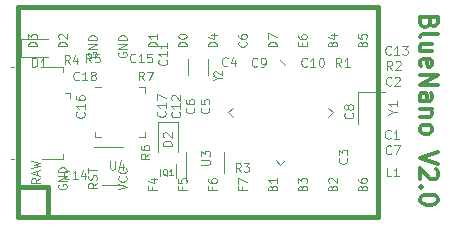
<source format=gbr>
G04 #@! TF.GenerationSoftware,KiCad,Pcbnew,(5.0.0)*
G04 #@! TF.CreationDate,2018-11-03T02:03:19-06:00*
G04 #@! TF.ProjectId,NRF52832 Base,4E5246353238333220426173652E6B69,rev?*
G04 #@! TF.SameCoordinates,Original*
G04 #@! TF.FileFunction,Legend,Top*
G04 #@! TF.FilePolarity,Positive*
%FSLAX46Y46*%
G04 Gerber Fmt 4.6, Leading zero omitted, Abs format (unit mm)*
G04 Created by KiCad (PCBNEW (5.0.0)) date 11/03/18 02:03:19*
%MOMM*%
%LPD*%
G01*
G04 APERTURE LIST*
%ADD10C,0.300000*%
%ADD11C,0.381000*%
%ADD12C,0.120000*%
%ADD13C,0.100000*%
G04 APERTURE END LIST*
D10*
X146614342Y-81928628D02*
X146542914Y-82142914D01*
X146471485Y-82214342D01*
X146328628Y-82285771D01*
X146114342Y-82285771D01*
X145971485Y-82214342D01*
X145900057Y-82142914D01*
X145828628Y-82000057D01*
X145828628Y-81428628D01*
X147328628Y-81428628D01*
X147328628Y-81928628D01*
X147257200Y-82071485D01*
X147185771Y-82142914D01*
X147042914Y-82214342D01*
X146900057Y-82214342D01*
X146757200Y-82142914D01*
X146685771Y-82071485D01*
X146614342Y-81928628D01*
X146614342Y-81428628D01*
X145828628Y-83142914D02*
X145900057Y-83000057D01*
X146042914Y-82928628D01*
X147328628Y-82928628D01*
X146828628Y-84357200D02*
X145828628Y-84357200D01*
X146828628Y-83714342D02*
X146042914Y-83714342D01*
X145900057Y-83785771D01*
X145828628Y-83928628D01*
X145828628Y-84142914D01*
X145900057Y-84285771D01*
X145971485Y-84357200D01*
X145900057Y-85642914D02*
X145828628Y-85500057D01*
X145828628Y-85214342D01*
X145900057Y-85071485D01*
X146042914Y-85000057D01*
X146614342Y-85000057D01*
X146757200Y-85071485D01*
X146828628Y-85214342D01*
X146828628Y-85500057D01*
X146757200Y-85642914D01*
X146614342Y-85714342D01*
X146471485Y-85714342D01*
X146328628Y-85000057D01*
X145828628Y-86357200D02*
X147328628Y-86357200D01*
X145828628Y-87214342D01*
X147328628Y-87214342D01*
X145828628Y-88571485D02*
X146614342Y-88571485D01*
X146757200Y-88500057D01*
X146828628Y-88357200D01*
X146828628Y-88071485D01*
X146757200Y-87928628D01*
X145900057Y-88571485D02*
X145828628Y-88428628D01*
X145828628Y-88071485D01*
X145900057Y-87928628D01*
X146042914Y-87857200D01*
X146185771Y-87857200D01*
X146328628Y-87928628D01*
X146400057Y-88071485D01*
X146400057Y-88428628D01*
X146471485Y-88571485D01*
X146828628Y-89285771D02*
X145828628Y-89285771D01*
X146685771Y-89285771D02*
X146757200Y-89357200D01*
X146828628Y-89500057D01*
X146828628Y-89714342D01*
X146757200Y-89857200D01*
X146614342Y-89928628D01*
X145828628Y-89928628D01*
X145828628Y-90857200D02*
X145900057Y-90714342D01*
X145971485Y-90642914D01*
X146114342Y-90571485D01*
X146542914Y-90571485D01*
X146685771Y-90642914D01*
X146757200Y-90714342D01*
X146828628Y-90857200D01*
X146828628Y-91071485D01*
X146757200Y-91214342D01*
X146685771Y-91285771D01*
X146542914Y-91357200D01*
X146114342Y-91357200D01*
X145971485Y-91285771D01*
X145900057Y-91214342D01*
X145828628Y-91071485D01*
X145828628Y-90857200D01*
X147328628Y-92928628D02*
X145828628Y-93428628D01*
X147328628Y-93928628D01*
X147185771Y-94357200D02*
X147257200Y-94428628D01*
X147328628Y-94571485D01*
X147328628Y-94928628D01*
X147257200Y-95071485D01*
X147185771Y-95142914D01*
X147042914Y-95214342D01*
X146900057Y-95214342D01*
X146685771Y-95142914D01*
X145828628Y-94285771D01*
X145828628Y-95214342D01*
X145971485Y-95857200D02*
X145900057Y-95928628D01*
X145828628Y-95857200D01*
X145900057Y-95785771D01*
X145971485Y-95857200D01*
X145828628Y-95857200D01*
X147328628Y-96857200D02*
X147328628Y-97000057D01*
X147257200Y-97142914D01*
X147185771Y-97214342D01*
X147042914Y-97285771D01*
X146757200Y-97357200D01*
X146400057Y-97357200D01*
X146114342Y-97285771D01*
X145971485Y-97214342D01*
X145900057Y-97142914D01*
X145828628Y-97000057D01*
X145828628Y-96857200D01*
X145900057Y-96714342D01*
X145971485Y-96642914D01*
X146114342Y-96571485D01*
X146400057Y-96500057D01*
X146757200Y-96500057D01*
X147042914Y-96571485D01*
X147185771Y-96642914D01*
X147257200Y-96714342D01*
X147328628Y-96857200D01*
D11*
G04 #@! TO.C,U2*
X111760000Y-80645000D02*
X111760000Y-98425000D01*
X111760000Y-98425000D02*
X142240000Y-98425000D01*
X142240000Y-98425000D02*
X142240000Y-80645000D01*
X142240000Y-80645000D02*
X111760000Y-80645000D01*
X111760000Y-95885000D02*
X114300000Y-95885000D01*
X114300000Y-95885000D02*
X114300000Y-98425000D01*
D12*
G04 #@! TO.C,Y1*
X142840000Y-87804000D02*
X140540000Y-87804000D01*
X140540000Y-87804000D02*
X140540000Y-90504000D01*
G04 #@! TO.C,Y2*
X127875000Y-86400000D02*
X127875000Y-85050000D01*
X126125000Y-86400000D02*
X126125000Y-85050000D01*
G04 #@! TO.C,U1*
X138004902Y-89135485D02*
X138404417Y-89535000D01*
X138404417Y-89535000D02*
X138004902Y-89934515D01*
X129965098Y-89934515D02*
X129565583Y-89535000D01*
X129565583Y-89535000D02*
X129965098Y-89135485D01*
X133585485Y-93554902D02*
X133985000Y-93954417D01*
X133985000Y-93954417D02*
X134384515Y-93554902D01*
X133985000Y-85115583D02*
X134384515Y-85515098D01*
G04 #@! TO.C,U3*
X129245000Y-94669000D02*
X129245000Y-92869000D01*
X126025000Y-92869000D02*
X126025000Y-95319000D01*
G04 #@! TO.C,D1*
X114312500Y-83339000D02*
X112027500Y-83339000D01*
X112027500Y-83339000D02*
X112027500Y-84809000D01*
X112027500Y-84809000D02*
X114312500Y-84809000D01*
G04 #@! TO.C,J2*
X115616000Y-85675000D02*
X115616000Y-86125000D01*
X113766000Y-85675000D02*
X115616000Y-85675000D01*
X111216000Y-93475000D02*
X111466000Y-93475000D01*
X111216000Y-85675000D02*
X111466000Y-85675000D01*
X113766000Y-93475000D02*
X115616000Y-93475000D01*
X115616000Y-93475000D02*
X115616000Y-93025000D01*
X116166000Y-87875000D02*
X116166000Y-88325000D01*
X116166000Y-87875000D02*
X115716000Y-87875000D01*
G04 #@! TO.C,U4*
X118861000Y-95717000D02*
X120661000Y-95717000D01*
X120661000Y-92497000D02*
X118211000Y-92497000D01*
G04 #@! TO.C,D2*
X125310000Y-90321000D02*
X123610000Y-90321000D01*
X123610000Y-90321000D02*
X123610000Y-92871000D01*
X125310000Y-90321000D02*
X125310000Y-92871000D01*
G04 #@! TO.C,Q1*
X125160000Y-95115000D02*
X125160000Y-93915000D01*
X125160000Y-93915000D02*
X125160000Y-93915000D01*
X123760000Y-94915000D02*
X123760000Y-94315000D01*
G04 #@! TO.C,U5*
X122031000Y-87425000D02*
X122506000Y-87425000D01*
X122506000Y-87425000D02*
X122506000Y-87900000D01*
X118761000Y-91645000D02*
X118286000Y-91645000D01*
X118286000Y-91645000D02*
X118286000Y-91170000D01*
X122031000Y-91645000D02*
X122506000Y-91645000D01*
X122506000Y-91645000D02*
X122506000Y-91170000D01*
X118761000Y-87425000D02*
X118286000Y-87425000D01*
G04 #@! TO.C,U2*
D13*
X140920000Y-83722333D02*
X140953333Y-83622333D01*
X140986666Y-83589000D01*
X141053333Y-83555666D01*
X141153333Y-83555666D01*
X141220000Y-83589000D01*
X141253333Y-83622333D01*
X141286666Y-83689000D01*
X141286666Y-83955666D01*
X140586666Y-83955666D01*
X140586666Y-83722333D01*
X140620000Y-83655666D01*
X140653333Y-83622333D01*
X140720000Y-83589000D01*
X140786666Y-83589000D01*
X140853333Y-83622333D01*
X140886666Y-83655666D01*
X140920000Y-83722333D01*
X140920000Y-83955666D01*
X140586666Y-82922333D02*
X140586666Y-83255666D01*
X140920000Y-83289000D01*
X140886666Y-83255666D01*
X140853333Y-83189000D01*
X140853333Y-83022333D01*
X140886666Y-82955666D01*
X140920000Y-82922333D01*
X140986666Y-82889000D01*
X141153333Y-82889000D01*
X141220000Y-82922333D01*
X141253333Y-82955666D01*
X141286666Y-83022333D01*
X141286666Y-83189000D01*
X141253333Y-83255666D01*
X141220000Y-83289000D01*
X138380000Y-83722333D02*
X138413333Y-83622333D01*
X138446666Y-83589000D01*
X138513333Y-83555666D01*
X138613333Y-83555666D01*
X138680000Y-83589000D01*
X138713333Y-83622333D01*
X138746666Y-83689000D01*
X138746666Y-83955666D01*
X138046666Y-83955666D01*
X138046666Y-83722333D01*
X138080000Y-83655666D01*
X138113333Y-83622333D01*
X138180000Y-83589000D01*
X138246666Y-83589000D01*
X138313333Y-83622333D01*
X138346666Y-83655666D01*
X138380000Y-83722333D01*
X138380000Y-83955666D01*
X138280000Y-82955666D02*
X138746666Y-82955666D01*
X138013333Y-83122333D02*
X138513333Y-83289000D01*
X138513333Y-82855666D01*
X135840000Y-83922333D02*
X135840000Y-83689000D01*
X136206666Y-83589000D02*
X136206666Y-83922333D01*
X135506666Y-83922333D01*
X135506666Y-83589000D01*
X135506666Y-82989000D02*
X135506666Y-83122333D01*
X135540000Y-83189000D01*
X135573333Y-83222333D01*
X135673333Y-83289000D01*
X135806666Y-83322333D01*
X136073333Y-83322333D01*
X136140000Y-83289000D01*
X136173333Y-83255666D01*
X136206666Y-83189000D01*
X136206666Y-83055666D01*
X136173333Y-82989000D01*
X136140000Y-82955666D01*
X136073333Y-82922333D01*
X135906666Y-82922333D01*
X135840000Y-82955666D01*
X135806666Y-82989000D01*
X135773333Y-83055666D01*
X135773333Y-83189000D01*
X135806666Y-83255666D01*
X135840000Y-83289000D01*
X135906666Y-83322333D01*
X133666666Y-83955666D02*
X132966666Y-83955666D01*
X132966666Y-83789000D01*
X133000000Y-83689000D01*
X133066666Y-83622333D01*
X133133333Y-83589000D01*
X133266666Y-83555666D01*
X133366666Y-83555666D01*
X133500000Y-83589000D01*
X133566666Y-83622333D01*
X133633333Y-83689000D01*
X133666666Y-83789000D01*
X133666666Y-83955666D01*
X132966666Y-83322333D02*
X132966666Y-82855666D01*
X133666666Y-83155666D01*
X131060000Y-83555666D02*
X131093333Y-83589000D01*
X131126666Y-83689000D01*
X131126666Y-83755666D01*
X131093333Y-83855666D01*
X131026666Y-83922333D01*
X130960000Y-83955666D01*
X130826666Y-83989000D01*
X130726666Y-83989000D01*
X130593333Y-83955666D01*
X130526666Y-83922333D01*
X130460000Y-83855666D01*
X130426666Y-83755666D01*
X130426666Y-83689000D01*
X130460000Y-83589000D01*
X130493333Y-83555666D01*
X130426666Y-82955666D02*
X130426666Y-83089000D01*
X130460000Y-83155666D01*
X130493333Y-83189000D01*
X130593333Y-83255666D01*
X130726666Y-83289000D01*
X130993333Y-83289000D01*
X131060000Y-83255666D01*
X131093333Y-83222333D01*
X131126666Y-83155666D01*
X131126666Y-83022333D01*
X131093333Y-82955666D01*
X131060000Y-82922333D01*
X130993333Y-82889000D01*
X130826666Y-82889000D01*
X130760000Y-82922333D01*
X130726666Y-82955666D01*
X130693333Y-83022333D01*
X130693333Y-83155666D01*
X130726666Y-83222333D01*
X130760000Y-83255666D01*
X130826666Y-83289000D01*
X128586666Y-83955666D02*
X127886666Y-83955666D01*
X127886666Y-83789000D01*
X127920000Y-83689000D01*
X127986666Y-83622333D01*
X128053333Y-83589000D01*
X128186666Y-83555666D01*
X128286666Y-83555666D01*
X128420000Y-83589000D01*
X128486666Y-83622333D01*
X128553333Y-83689000D01*
X128586666Y-83789000D01*
X128586666Y-83955666D01*
X128120000Y-82955666D02*
X128586666Y-82955666D01*
X127853333Y-83122333D02*
X128353333Y-83289000D01*
X128353333Y-82855666D01*
X126046666Y-83955666D02*
X125346666Y-83955666D01*
X125346666Y-83789000D01*
X125380000Y-83689000D01*
X125446666Y-83622333D01*
X125513333Y-83589000D01*
X125646666Y-83555666D01*
X125746666Y-83555666D01*
X125880000Y-83589000D01*
X125946666Y-83622333D01*
X126013333Y-83689000D01*
X126046666Y-83789000D01*
X126046666Y-83955666D01*
X125346666Y-83122333D02*
X125346666Y-83055666D01*
X125380000Y-82989000D01*
X125413333Y-82955666D01*
X125480000Y-82922333D01*
X125613333Y-82889000D01*
X125780000Y-82889000D01*
X125913333Y-82922333D01*
X125980000Y-82955666D01*
X126013333Y-82989000D01*
X126046666Y-83055666D01*
X126046666Y-83122333D01*
X126013333Y-83189000D01*
X125980000Y-83222333D01*
X125913333Y-83255666D01*
X125780000Y-83289000D01*
X125613333Y-83289000D01*
X125480000Y-83255666D01*
X125413333Y-83222333D01*
X125380000Y-83189000D01*
X125346666Y-83122333D01*
X123506666Y-83955666D02*
X122806666Y-83955666D01*
X122806666Y-83789000D01*
X122840000Y-83689000D01*
X122906666Y-83622333D01*
X122973333Y-83589000D01*
X123106666Y-83555666D01*
X123206666Y-83555666D01*
X123340000Y-83589000D01*
X123406666Y-83622333D01*
X123473333Y-83689000D01*
X123506666Y-83789000D01*
X123506666Y-83955666D01*
X123506666Y-82889000D02*
X123506666Y-83289000D01*
X123506666Y-83089000D02*
X122806666Y-83089000D01*
X122906666Y-83155666D01*
X122973333Y-83222333D01*
X123006666Y-83289000D01*
X120300000Y-84480333D02*
X120266666Y-84547000D01*
X120266666Y-84647000D01*
X120300000Y-84747000D01*
X120366666Y-84813666D01*
X120433333Y-84847000D01*
X120566666Y-84880333D01*
X120666666Y-84880333D01*
X120800000Y-84847000D01*
X120866666Y-84813666D01*
X120933333Y-84747000D01*
X120966666Y-84647000D01*
X120966666Y-84580333D01*
X120933333Y-84480333D01*
X120900000Y-84447000D01*
X120666666Y-84447000D01*
X120666666Y-84580333D01*
X120966666Y-84147000D02*
X120266666Y-84147000D01*
X120966666Y-83747000D01*
X120266666Y-83747000D01*
X120966666Y-83413666D02*
X120266666Y-83413666D01*
X120266666Y-83247000D01*
X120300000Y-83147000D01*
X120366666Y-83080333D01*
X120433333Y-83047000D01*
X120566666Y-83013666D01*
X120666666Y-83013666D01*
X120800000Y-83047000D01*
X120866666Y-83080333D01*
X120933333Y-83147000D01*
X120966666Y-83247000D01*
X120966666Y-83413666D01*
X117760000Y-84480333D02*
X117726666Y-84547000D01*
X117726666Y-84647000D01*
X117760000Y-84747000D01*
X117826666Y-84813666D01*
X117893333Y-84847000D01*
X118026666Y-84880333D01*
X118126666Y-84880333D01*
X118260000Y-84847000D01*
X118326666Y-84813666D01*
X118393333Y-84747000D01*
X118426666Y-84647000D01*
X118426666Y-84580333D01*
X118393333Y-84480333D01*
X118360000Y-84447000D01*
X118126666Y-84447000D01*
X118126666Y-84580333D01*
X118426666Y-84147000D02*
X117726666Y-84147000D01*
X118426666Y-83747000D01*
X117726666Y-83747000D01*
X118426666Y-83413666D02*
X117726666Y-83413666D01*
X117726666Y-83247000D01*
X117760000Y-83147000D01*
X117826666Y-83080333D01*
X117893333Y-83047000D01*
X118026666Y-83013666D01*
X118126666Y-83013666D01*
X118260000Y-83047000D01*
X118326666Y-83080333D01*
X118393333Y-83147000D01*
X118426666Y-83247000D01*
X118426666Y-83413666D01*
X115886666Y-83955666D02*
X115186666Y-83955666D01*
X115186666Y-83789000D01*
X115220000Y-83689000D01*
X115286666Y-83622333D01*
X115353333Y-83589000D01*
X115486666Y-83555666D01*
X115586666Y-83555666D01*
X115720000Y-83589000D01*
X115786666Y-83622333D01*
X115853333Y-83689000D01*
X115886666Y-83789000D01*
X115886666Y-83955666D01*
X115253333Y-83289000D02*
X115220000Y-83255666D01*
X115186666Y-83189000D01*
X115186666Y-83022333D01*
X115220000Y-82955666D01*
X115253333Y-82922333D01*
X115320000Y-82889000D01*
X115386666Y-82889000D01*
X115486666Y-82922333D01*
X115886666Y-83322333D01*
X115886666Y-82889000D01*
X113346666Y-83955666D02*
X112646666Y-83955666D01*
X112646666Y-83789000D01*
X112680000Y-83689000D01*
X112746666Y-83622333D01*
X112813333Y-83589000D01*
X112946666Y-83555666D01*
X113046666Y-83555666D01*
X113180000Y-83589000D01*
X113246666Y-83622333D01*
X113313333Y-83689000D01*
X113346666Y-83789000D01*
X113346666Y-83955666D01*
X112646666Y-83322333D02*
X112646666Y-82889000D01*
X112913333Y-83122333D01*
X112913333Y-83022333D01*
X112946666Y-82955666D01*
X112980000Y-82922333D01*
X113046666Y-82889000D01*
X113213333Y-82889000D01*
X113280000Y-82922333D01*
X113313333Y-82955666D01*
X113346666Y-83022333D01*
X113346666Y-83222333D01*
X113313333Y-83289000D01*
X113280000Y-83322333D01*
X140920000Y-95914333D02*
X140953333Y-95814333D01*
X140986666Y-95781000D01*
X141053333Y-95747666D01*
X141153333Y-95747666D01*
X141220000Y-95781000D01*
X141253333Y-95814333D01*
X141286666Y-95881000D01*
X141286666Y-96147666D01*
X140586666Y-96147666D01*
X140586666Y-95914333D01*
X140620000Y-95847666D01*
X140653333Y-95814333D01*
X140720000Y-95781000D01*
X140786666Y-95781000D01*
X140853333Y-95814333D01*
X140886666Y-95847666D01*
X140920000Y-95914333D01*
X140920000Y-96147666D01*
X140586666Y-95147666D02*
X140586666Y-95281000D01*
X140620000Y-95347666D01*
X140653333Y-95381000D01*
X140753333Y-95447666D01*
X140886666Y-95481000D01*
X141153333Y-95481000D01*
X141220000Y-95447666D01*
X141253333Y-95414333D01*
X141286666Y-95347666D01*
X141286666Y-95214333D01*
X141253333Y-95147666D01*
X141220000Y-95114333D01*
X141153333Y-95081000D01*
X140986666Y-95081000D01*
X140920000Y-95114333D01*
X140886666Y-95147666D01*
X140853333Y-95214333D01*
X140853333Y-95347666D01*
X140886666Y-95414333D01*
X140920000Y-95447666D01*
X140986666Y-95481000D01*
X138380000Y-95914333D02*
X138413333Y-95814333D01*
X138446666Y-95781000D01*
X138513333Y-95747666D01*
X138613333Y-95747666D01*
X138680000Y-95781000D01*
X138713333Y-95814333D01*
X138746666Y-95881000D01*
X138746666Y-96147666D01*
X138046666Y-96147666D01*
X138046666Y-95914333D01*
X138080000Y-95847666D01*
X138113333Y-95814333D01*
X138180000Y-95781000D01*
X138246666Y-95781000D01*
X138313333Y-95814333D01*
X138346666Y-95847666D01*
X138380000Y-95914333D01*
X138380000Y-96147666D01*
X138113333Y-95481000D02*
X138080000Y-95447666D01*
X138046666Y-95381000D01*
X138046666Y-95214333D01*
X138080000Y-95147666D01*
X138113333Y-95114333D01*
X138180000Y-95081000D01*
X138246666Y-95081000D01*
X138346666Y-95114333D01*
X138746666Y-95514333D01*
X138746666Y-95081000D01*
X135840000Y-95914333D02*
X135873333Y-95814333D01*
X135906666Y-95781000D01*
X135973333Y-95747666D01*
X136073333Y-95747666D01*
X136140000Y-95781000D01*
X136173333Y-95814333D01*
X136206666Y-95881000D01*
X136206666Y-96147666D01*
X135506666Y-96147666D01*
X135506666Y-95914333D01*
X135540000Y-95847666D01*
X135573333Y-95814333D01*
X135640000Y-95781000D01*
X135706666Y-95781000D01*
X135773333Y-95814333D01*
X135806666Y-95847666D01*
X135840000Y-95914333D01*
X135840000Y-96147666D01*
X135506666Y-95514333D02*
X135506666Y-95081000D01*
X135773333Y-95314333D01*
X135773333Y-95214333D01*
X135806666Y-95147666D01*
X135840000Y-95114333D01*
X135906666Y-95081000D01*
X136073333Y-95081000D01*
X136140000Y-95114333D01*
X136173333Y-95147666D01*
X136206666Y-95214333D01*
X136206666Y-95414333D01*
X136173333Y-95481000D01*
X136140000Y-95514333D01*
X133300000Y-95914333D02*
X133333333Y-95814333D01*
X133366666Y-95781000D01*
X133433333Y-95747666D01*
X133533333Y-95747666D01*
X133600000Y-95781000D01*
X133633333Y-95814333D01*
X133666666Y-95881000D01*
X133666666Y-96147666D01*
X132966666Y-96147666D01*
X132966666Y-95914333D01*
X133000000Y-95847666D01*
X133033333Y-95814333D01*
X133100000Y-95781000D01*
X133166666Y-95781000D01*
X133233333Y-95814333D01*
X133266666Y-95847666D01*
X133300000Y-95914333D01*
X133300000Y-96147666D01*
X133666666Y-95081000D02*
X133666666Y-95481000D01*
X133666666Y-95281000D02*
X132966666Y-95281000D01*
X133066666Y-95347666D01*
X133133333Y-95414333D01*
X133166666Y-95481000D01*
X128220000Y-95864333D02*
X128220000Y-96097666D01*
X128586666Y-96097666D02*
X127886666Y-96097666D01*
X127886666Y-95764333D01*
X127886666Y-95197666D02*
X127886666Y-95331000D01*
X127920000Y-95397666D01*
X127953333Y-95431000D01*
X128053333Y-95497666D01*
X128186666Y-95531000D01*
X128453333Y-95531000D01*
X128520000Y-95497666D01*
X128553333Y-95464333D01*
X128586666Y-95397666D01*
X128586666Y-95264333D01*
X128553333Y-95197666D01*
X128520000Y-95164333D01*
X128453333Y-95131000D01*
X128286666Y-95131000D01*
X128220000Y-95164333D01*
X128186666Y-95197666D01*
X128153333Y-95264333D01*
X128153333Y-95397666D01*
X128186666Y-95464333D01*
X128220000Y-95497666D01*
X128286666Y-95531000D01*
X130760000Y-95864333D02*
X130760000Y-96097666D01*
X131126666Y-96097666D02*
X130426666Y-96097666D01*
X130426666Y-95764333D01*
X130426666Y-95564333D02*
X130426666Y-95097666D01*
X131126666Y-95397666D01*
X125680000Y-95864333D02*
X125680000Y-96097666D01*
X126046666Y-96097666D02*
X125346666Y-96097666D01*
X125346666Y-95764333D01*
X125346666Y-95164333D02*
X125346666Y-95497666D01*
X125680000Y-95531000D01*
X125646666Y-95497666D01*
X125613333Y-95431000D01*
X125613333Y-95264333D01*
X125646666Y-95197666D01*
X125680000Y-95164333D01*
X125746666Y-95131000D01*
X125913333Y-95131000D01*
X125980000Y-95164333D01*
X126013333Y-95197666D01*
X126046666Y-95264333D01*
X126046666Y-95431000D01*
X126013333Y-95497666D01*
X125980000Y-95531000D01*
X123140000Y-95864333D02*
X123140000Y-96097666D01*
X123506666Y-96097666D02*
X122806666Y-96097666D01*
X122806666Y-95764333D01*
X123040000Y-95197666D02*
X123506666Y-95197666D01*
X122773333Y-95364333D02*
X123273333Y-95531000D01*
X123273333Y-95097666D01*
X120266666Y-96056333D02*
X120966666Y-95823000D01*
X120266666Y-95589666D01*
X120900000Y-94956333D02*
X120933333Y-94989666D01*
X120966666Y-95089666D01*
X120966666Y-95156333D01*
X120933333Y-95256333D01*
X120866666Y-95323000D01*
X120800000Y-95356333D01*
X120666666Y-95389666D01*
X120566666Y-95389666D01*
X120433333Y-95356333D01*
X120366666Y-95323000D01*
X120300000Y-95256333D01*
X120266666Y-95156333D01*
X120266666Y-95089666D01*
X120300000Y-94989666D01*
X120333333Y-94956333D01*
X120900000Y-94256333D02*
X120933333Y-94289666D01*
X120966666Y-94389666D01*
X120966666Y-94456333D01*
X120933333Y-94556333D01*
X120866666Y-94623000D01*
X120800000Y-94656333D01*
X120666666Y-94689666D01*
X120566666Y-94689666D01*
X120433333Y-94656333D01*
X120366666Y-94623000D01*
X120300000Y-94556333D01*
X120266666Y-94456333D01*
X120266666Y-94389666D01*
X120300000Y-94289666D01*
X120333333Y-94256333D01*
X118426666Y-95506333D02*
X118093333Y-95739666D01*
X118426666Y-95906333D02*
X117726666Y-95906333D01*
X117726666Y-95639666D01*
X117760000Y-95573000D01*
X117793333Y-95539666D01*
X117860000Y-95506333D01*
X117960000Y-95506333D01*
X118026666Y-95539666D01*
X118060000Y-95573000D01*
X118093333Y-95639666D01*
X118093333Y-95906333D01*
X118393333Y-95239666D02*
X118426666Y-95139666D01*
X118426666Y-94973000D01*
X118393333Y-94906333D01*
X118360000Y-94873000D01*
X118293333Y-94839666D01*
X118226666Y-94839666D01*
X118160000Y-94873000D01*
X118126666Y-94906333D01*
X118093333Y-94973000D01*
X118060000Y-95106333D01*
X118026666Y-95173000D01*
X117993333Y-95206333D01*
X117926666Y-95239666D01*
X117860000Y-95239666D01*
X117793333Y-95206333D01*
X117760000Y-95173000D01*
X117726666Y-95106333D01*
X117726666Y-94939666D01*
X117760000Y-94839666D01*
X117726666Y-94639666D02*
X117726666Y-94239666D01*
X118426666Y-94439666D02*
X117726666Y-94439666D01*
X115220000Y-95656333D02*
X115186666Y-95723000D01*
X115186666Y-95823000D01*
X115220000Y-95923000D01*
X115286666Y-95989666D01*
X115353333Y-96023000D01*
X115486666Y-96056333D01*
X115586666Y-96056333D01*
X115720000Y-96023000D01*
X115786666Y-95989666D01*
X115853333Y-95923000D01*
X115886666Y-95823000D01*
X115886666Y-95756333D01*
X115853333Y-95656333D01*
X115820000Y-95623000D01*
X115586666Y-95623000D01*
X115586666Y-95756333D01*
X115886666Y-95323000D02*
X115186666Y-95323000D01*
X115886666Y-94923000D01*
X115186666Y-94923000D01*
X115886666Y-94589666D02*
X115186666Y-94589666D01*
X115186666Y-94423000D01*
X115220000Y-94323000D01*
X115286666Y-94256333D01*
X115353333Y-94223000D01*
X115486666Y-94189666D01*
X115586666Y-94189666D01*
X115720000Y-94223000D01*
X115786666Y-94256333D01*
X115853333Y-94323000D01*
X115886666Y-94423000D01*
X115886666Y-94589666D01*
X113600666Y-95098333D02*
X113267333Y-95331666D01*
X113600666Y-95498333D02*
X112900666Y-95498333D01*
X112900666Y-95231666D01*
X112934000Y-95165000D01*
X112967333Y-95131666D01*
X113034000Y-95098333D01*
X113134000Y-95098333D01*
X113200666Y-95131666D01*
X113234000Y-95165000D01*
X113267333Y-95231666D01*
X113267333Y-95498333D01*
X113400666Y-94831666D02*
X113400666Y-94498333D01*
X113600666Y-94898333D02*
X112900666Y-94665000D01*
X113600666Y-94431666D01*
X112900666Y-94265000D02*
X113600666Y-94098333D01*
X113100666Y-93965000D01*
X113600666Y-93831666D01*
X112900666Y-93665000D01*
G04 #@! TO.C,C1*
X143311480Y-91710397D02*
X143275765Y-91746111D01*
X143168622Y-91781825D01*
X143097194Y-91781825D01*
X142990051Y-91746111D01*
X142918622Y-91674682D01*
X142882908Y-91603254D01*
X142847194Y-91460397D01*
X142847194Y-91353254D01*
X142882908Y-91210397D01*
X142918622Y-91138968D01*
X142990051Y-91067540D01*
X143097194Y-91031825D01*
X143168622Y-91031825D01*
X143275765Y-91067540D01*
X143311480Y-91103254D01*
X144025765Y-91781825D02*
X143597194Y-91781825D01*
X143811480Y-91781825D02*
X143811480Y-91031825D01*
X143740051Y-91138968D01*
X143668622Y-91210397D01*
X143597194Y-91246111D01*
G04 #@! TO.C,C2*
X143385000Y-87199357D02*
X143349285Y-87235071D01*
X143242142Y-87270785D01*
X143170714Y-87270785D01*
X143063571Y-87235071D01*
X142992142Y-87163642D01*
X142956428Y-87092214D01*
X142920714Y-86949357D01*
X142920714Y-86842214D01*
X142956428Y-86699357D01*
X142992142Y-86627928D01*
X143063571Y-86556500D01*
X143170714Y-86520785D01*
X143242142Y-86520785D01*
X143349285Y-86556500D01*
X143385000Y-86592214D01*
X143670714Y-86592214D02*
X143706428Y-86556500D01*
X143777857Y-86520785D01*
X143956428Y-86520785D01*
X144027857Y-86556500D01*
X144063571Y-86592214D01*
X144099285Y-86663642D01*
X144099285Y-86735071D01*
X144063571Y-86842214D01*
X143635000Y-87270785D01*
X144099285Y-87270785D01*
G04 #@! TO.C,C3*
X139589397Y-93434440D02*
X139625111Y-93470154D01*
X139660825Y-93577297D01*
X139660825Y-93648725D01*
X139625111Y-93755868D01*
X139553682Y-93827297D01*
X139482254Y-93863011D01*
X139339397Y-93898725D01*
X139232254Y-93898725D01*
X139089397Y-93863011D01*
X139017968Y-93827297D01*
X138946540Y-93755868D01*
X138910825Y-93648725D01*
X138910825Y-93577297D01*
X138946540Y-93470154D01*
X138982254Y-93434440D01*
X138910825Y-93184440D02*
X138910825Y-92720154D01*
X139196540Y-92970154D01*
X139196540Y-92863011D01*
X139232254Y-92791582D01*
X139267968Y-92755868D01*
X139339397Y-92720154D01*
X139517968Y-92720154D01*
X139589397Y-92755868D01*
X139625111Y-92791582D01*
X139660825Y-92863011D01*
X139660825Y-93077297D01*
X139625111Y-93148725D01*
X139589397Y-93184440D01*
G04 #@! TO.C,C4*
X129514200Y-85535657D02*
X129478485Y-85571371D01*
X129371342Y-85607085D01*
X129299914Y-85607085D01*
X129192771Y-85571371D01*
X129121342Y-85499942D01*
X129085628Y-85428514D01*
X129049914Y-85285657D01*
X129049914Y-85178514D01*
X129085628Y-85035657D01*
X129121342Y-84964228D01*
X129192771Y-84892800D01*
X129299914Y-84857085D01*
X129371342Y-84857085D01*
X129478485Y-84892800D01*
X129514200Y-84928514D01*
X130157057Y-85107085D02*
X130157057Y-85607085D01*
X129978485Y-84821371D02*
X129799914Y-85357085D01*
X130264200Y-85357085D01*
G04 #@! TO.C,C5*
X127902857Y-89152000D02*
X127938571Y-89187714D01*
X127974285Y-89294857D01*
X127974285Y-89366285D01*
X127938571Y-89473428D01*
X127867142Y-89544857D01*
X127795714Y-89580571D01*
X127652857Y-89616285D01*
X127545714Y-89616285D01*
X127402857Y-89580571D01*
X127331428Y-89544857D01*
X127260000Y-89473428D01*
X127224285Y-89366285D01*
X127224285Y-89294857D01*
X127260000Y-89187714D01*
X127295714Y-89152000D01*
X127224285Y-88473428D02*
X127224285Y-88830571D01*
X127581428Y-88866285D01*
X127545714Y-88830571D01*
X127510000Y-88759142D01*
X127510000Y-88580571D01*
X127545714Y-88509142D01*
X127581428Y-88473428D01*
X127652857Y-88437714D01*
X127831428Y-88437714D01*
X127902857Y-88473428D01*
X127938571Y-88509142D01*
X127974285Y-88580571D01*
X127974285Y-88759142D01*
X127938571Y-88830571D01*
X127902857Y-88866285D01*
G04 #@! TO.C,C7*
X143359600Y-93003257D02*
X143323885Y-93038971D01*
X143216742Y-93074685D01*
X143145314Y-93074685D01*
X143038171Y-93038971D01*
X142966742Y-92967542D01*
X142931028Y-92896114D01*
X142895314Y-92753257D01*
X142895314Y-92646114D01*
X142931028Y-92503257D01*
X142966742Y-92431828D01*
X143038171Y-92360400D01*
X143145314Y-92324685D01*
X143216742Y-92324685D01*
X143323885Y-92360400D01*
X143359600Y-92396114D01*
X143609600Y-92324685D02*
X144109600Y-92324685D01*
X143788171Y-93074685D01*
G04 #@! TO.C,C8*
X140069457Y-89581400D02*
X140105171Y-89617114D01*
X140140885Y-89724257D01*
X140140885Y-89795685D01*
X140105171Y-89902828D01*
X140033742Y-89974257D01*
X139962314Y-90009971D01*
X139819457Y-90045685D01*
X139712314Y-90045685D01*
X139569457Y-90009971D01*
X139498028Y-89974257D01*
X139426600Y-89902828D01*
X139390885Y-89795685D01*
X139390885Y-89724257D01*
X139426600Y-89617114D01*
X139462314Y-89581400D01*
X139712314Y-89152828D02*
X139676600Y-89224257D01*
X139640885Y-89259971D01*
X139569457Y-89295685D01*
X139533742Y-89295685D01*
X139462314Y-89259971D01*
X139426600Y-89224257D01*
X139390885Y-89152828D01*
X139390885Y-89009971D01*
X139426600Y-88938542D01*
X139462314Y-88902828D01*
X139533742Y-88867114D01*
X139569457Y-88867114D01*
X139640885Y-88902828D01*
X139676600Y-88938542D01*
X139712314Y-89009971D01*
X139712314Y-89152828D01*
X139748028Y-89224257D01*
X139783742Y-89259971D01*
X139855171Y-89295685D01*
X139998028Y-89295685D01*
X140069457Y-89259971D01*
X140105171Y-89224257D01*
X140140885Y-89152828D01*
X140140885Y-89009971D01*
X140105171Y-88938542D01*
X140069457Y-88902828D01*
X139998028Y-88867114D01*
X139855171Y-88867114D01*
X139783742Y-88902828D01*
X139748028Y-88938542D01*
X139712314Y-89009971D01*
G04 #@! TO.C,C11*
X124341777Y-85087142D02*
X124377491Y-85122857D01*
X124413205Y-85230000D01*
X124413205Y-85301428D01*
X124377491Y-85408571D01*
X124306062Y-85480000D01*
X124234634Y-85515714D01*
X124091777Y-85551428D01*
X123984634Y-85551428D01*
X123841777Y-85515714D01*
X123770348Y-85480000D01*
X123698920Y-85408571D01*
X123663205Y-85301428D01*
X123663205Y-85230000D01*
X123698920Y-85122857D01*
X123734634Y-85087142D01*
X124413205Y-84372857D02*
X124413205Y-84801428D01*
X124413205Y-84587142D02*
X123663205Y-84587142D01*
X123770348Y-84658571D01*
X123841777Y-84730000D01*
X123877491Y-84801428D01*
X124413205Y-83658571D02*
X124413205Y-84087142D01*
X124413205Y-83872857D02*
X123663205Y-83872857D01*
X123770348Y-83944285D01*
X123841777Y-84015714D01*
X123877491Y-84087142D01*
G04 #@! TO.C,C12*
X125421277Y-89496442D02*
X125456991Y-89532157D01*
X125492705Y-89639300D01*
X125492705Y-89710728D01*
X125456991Y-89817871D01*
X125385562Y-89889300D01*
X125314134Y-89925014D01*
X125171277Y-89960728D01*
X125064134Y-89960728D01*
X124921277Y-89925014D01*
X124849848Y-89889300D01*
X124778420Y-89817871D01*
X124742705Y-89710728D01*
X124742705Y-89639300D01*
X124778420Y-89532157D01*
X124814134Y-89496442D01*
X125492705Y-88782157D02*
X125492705Y-89210728D01*
X125492705Y-88996442D02*
X124742705Y-88996442D01*
X124849848Y-89067871D01*
X124921277Y-89139300D01*
X124956991Y-89210728D01*
X124814134Y-88496442D02*
X124778420Y-88460728D01*
X124742705Y-88389300D01*
X124742705Y-88210728D01*
X124778420Y-88139300D01*
X124814134Y-88103585D01*
X124885562Y-88067871D01*
X124956991Y-88067871D01*
X125064134Y-88103585D01*
X125492705Y-88532157D01*
X125492705Y-88067871D01*
G04 #@! TO.C,L1*
X143385000Y-94954285D02*
X143027857Y-94954285D01*
X143027857Y-94204285D01*
X144027857Y-94954285D02*
X143599285Y-94954285D01*
X143813571Y-94954285D02*
X143813571Y-94204285D01*
X143742142Y-94311428D01*
X143670714Y-94382857D01*
X143599285Y-94418571D01*
G04 #@! TO.C,Y1*
X143493322Y-89467962D02*
X143850465Y-89467962D01*
X143100465Y-89717962D02*
X143493322Y-89467962D01*
X143100465Y-89217962D01*
X143850465Y-88575105D02*
X143850465Y-89003677D01*
X143850465Y-88789391D02*
X143100465Y-88789391D01*
X143207608Y-88860820D01*
X143279037Y-88932248D01*
X143314751Y-89003677D01*
G04 #@! TO.C,Y2*
X128696642Y-86661595D02*
X129053785Y-86661595D01*
X128303785Y-86828261D02*
X128696642Y-86661595D01*
X128303785Y-86494928D01*
X128375214Y-86352071D02*
X128339500Y-86328261D01*
X128303785Y-86280642D01*
X128303785Y-86161595D01*
X128339500Y-86113976D01*
X128375214Y-86090166D01*
X128446642Y-86066357D01*
X128518071Y-86066357D01*
X128625214Y-86090166D01*
X129053785Y-86375880D01*
X129053785Y-86066357D01*
G04 #@! TO.C,U3*
X127287785Y-93979928D02*
X127894928Y-93979928D01*
X127966357Y-93944214D01*
X128002071Y-93908500D01*
X128037785Y-93837071D01*
X128037785Y-93694214D01*
X128002071Y-93622785D01*
X127966357Y-93587071D01*
X127894928Y-93551357D01*
X127287785Y-93551357D01*
X127287785Y-93265642D02*
X127287785Y-92801357D01*
X127573500Y-93051357D01*
X127573500Y-92944214D01*
X127609214Y-92872785D01*
X127644928Y-92837071D01*
X127716357Y-92801357D01*
X127894928Y-92801357D01*
X127966357Y-92837071D01*
X128002071Y-92872785D01*
X128037785Y-92944214D01*
X128037785Y-93158500D01*
X128002071Y-93229928D01*
X127966357Y-93265642D01*
G04 #@! TO.C,C13*
X143345357Y-84595857D02*
X143309642Y-84631571D01*
X143202500Y-84667285D01*
X143131071Y-84667285D01*
X143023928Y-84631571D01*
X142952500Y-84560142D01*
X142916785Y-84488714D01*
X142881071Y-84345857D01*
X142881071Y-84238714D01*
X142916785Y-84095857D01*
X142952500Y-84024428D01*
X143023928Y-83953000D01*
X143131071Y-83917285D01*
X143202500Y-83917285D01*
X143309642Y-83953000D01*
X143345357Y-83988714D01*
X144059642Y-84667285D02*
X143631071Y-84667285D01*
X143845357Y-84667285D02*
X143845357Y-83917285D01*
X143773928Y-84024428D01*
X143702500Y-84095857D01*
X143631071Y-84131571D01*
X144309642Y-83917285D02*
X144773928Y-83917285D01*
X144523928Y-84203000D01*
X144631071Y-84203000D01*
X144702500Y-84238714D01*
X144738214Y-84274428D01*
X144773928Y-84345857D01*
X144773928Y-84524428D01*
X144738214Y-84595857D01*
X144702500Y-84631571D01*
X144631071Y-84667285D01*
X144416785Y-84667285D01*
X144345357Y-84631571D01*
X144309642Y-84595857D01*
G04 #@! TO.C,R1*
X139130500Y-85683285D02*
X138880500Y-85326142D01*
X138701928Y-85683285D02*
X138701928Y-84933285D01*
X138987642Y-84933285D01*
X139059071Y-84969000D01*
X139094785Y-85004714D01*
X139130500Y-85076142D01*
X139130500Y-85183285D01*
X139094785Y-85254714D01*
X139059071Y-85290428D01*
X138987642Y-85326142D01*
X138701928Y-85326142D01*
X139844785Y-85683285D02*
X139416214Y-85683285D01*
X139630500Y-85683285D02*
X139630500Y-84933285D01*
X139559071Y-85040428D01*
X139487642Y-85111857D01*
X139416214Y-85147571D01*
G04 #@! TO.C,R2*
X143448500Y-85937285D02*
X143198500Y-85580142D01*
X143019928Y-85937285D02*
X143019928Y-85187285D01*
X143305642Y-85187285D01*
X143377071Y-85223000D01*
X143412785Y-85258714D01*
X143448500Y-85330142D01*
X143448500Y-85437285D01*
X143412785Y-85508714D01*
X143377071Y-85544428D01*
X143305642Y-85580142D01*
X143019928Y-85580142D01*
X143734214Y-85258714D02*
X143769928Y-85223000D01*
X143841357Y-85187285D01*
X144019928Y-85187285D01*
X144091357Y-85223000D01*
X144127071Y-85258714D01*
X144162785Y-85330142D01*
X144162785Y-85401571D01*
X144127071Y-85508714D01*
X143698500Y-85937285D01*
X144162785Y-85937285D01*
G04 #@! TO.C,R3*
X130621500Y-94573285D02*
X130371500Y-94216142D01*
X130192928Y-94573285D02*
X130192928Y-93823285D01*
X130478642Y-93823285D01*
X130550071Y-93859000D01*
X130585785Y-93894714D01*
X130621500Y-93966142D01*
X130621500Y-94073285D01*
X130585785Y-94144714D01*
X130550071Y-94180428D01*
X130478642Y-94216142D01*
X130192928Y-94216142D01*
X130871500Y-93823285D02*
X131335785Y-93823285D01*
X131085785Y-94109000D01*
X131192928Y-94109000D01*
X131264357Y-94144714D01*
X131300071Y-94180428D01*
X131335785Y-94251857D01*
X131335785Y-94430428D01*
X131300071Y-94501857D01*
X131264357Y-94537571D01*
X131192928Y-94573285D01*
X130978642Y-94573285D01*
X130907214Y-94537571D01*
X130871500Y-94501857D01*
G04 #@! TO.C,C14*
X116103857Y-95136857D02*
X116068142Y-95172571D01*
X115961000Y-95208285D01*
X115889571Y-95208285D01*
X115782428Y-95172571D01*
X115711000Y-95101142D01*
X115675285Y-95029714D01*
X115639571Y-94886857D01*
X115639571Y-94779714D01*
X115675285Y-94636857D01*
X115711000Y-94565428D01*
X115782428Y-94494000D01*
X115889571Y-94458285D01*
X115961000Y-94458285D01*
X116068142Y-94494000D01*
X116103857Y-94529714D01*
X116818142Y-95208285D02*
X116389571Y-95208285D01*
X116603857Y-95208285D02*
X116603857Y-94458285D01*
X116532428Y-94565428D01*
X116461000Y-94636857D01*
X116389571Y-94672571D01*
X117461000Y-94708285D02*
X117461000Y-95208285D01*
X117282428Y-94422571D02*
X117103857Y-94958285D01*
X117568142Y-94958285D01*
G04 #@! TO.C,C15*
X121691857Y-85230857D02*
X121656142Y-85266571D01*
X121549000Y-85302285D01*
X121477571Y-85302285D01*
X121370428Y-85266571D01*
X121299000Y-85195142D01*
X121263285Y-85123714D01*
X121227571Y-84980857D01*
X121227571Y-84873714D01*
X121263285Y-84730857D01*
X121299000Y-84659428D01*
X121370428Y-84588000D01*
X121477571Y-84552285D01*
X121549000Y-84552285D01*
X121656142Y-84588000D01*
X121691857Y-84623714D01*
X122406142Y-85302285D02*
X121977571Y-85302285D01*
X122191857Y-85302285D02*
X122191857Y-84552285D01*
X122120428Y-84659428D01*
X122049000Y-84730857D01*
X121977571Y-84766571D01*
X123084714Y-84552285D02*
X122727571Y-84552285D01*
X122691857Y-84909428D01*
X122727571Y-84873714D01*
X122799000Y-84838000D01*
X122977571Y-84838000D01*
X123049000Y-84873714D01*
X123084714Y-84909428D01*
X123120428Y-84980857D01*
X123120428Y-85159428D01*
X123084714Y-85230857D01*
X123049000Y-85266571D01*
X122977571Y-85302285D01*
X122799000Y-85302285D01*
X122727571Y-85266571D01*
X122691857Y-85230857D01*
G04 #@! TO.C,D1*
X112984428Y-85683285D02*
X112984428Y-84933285D01*
X113163000Y-84933285D01*
X113270142Y-84969000D01*
X113341571Y-85040428D01*
X113377285Y-85111857D01*
X113413000Y-85254714D01*
X113413000Y-85361857D01*
X113377285Y-85504714D01*
X113341571Y-85576142D01*
X113270142Y-85647571D01*
X113163000Y-85683285D01*
X112984428Y-85683285D01*
X114127285Y-85683285D02*
X113698714Y-85683285D01*
X113913000Y-85683285D02*
X113913000Y-84933285D01*
X113841571Y-85040428D01*
X113770142Y-85111857D01*
X113698714Y-85147571D01*
G04 #@! TO.C,R4*
X116143500Y-85429285D02*
X115893500Y-85072142D01*
X115714928Y-85429285D02*
X115714928Y-84679285D01*
X116000642Y-84679285D01*
X116072071Y-84715000D01*
X116107785Y-84750714D01*
X116143500Y-84822142D01*
X116143500Y-84929285D01*
X116107785Y-85000714D01*
X116072071Y-85036428D01*
X116000642Y-85072142D01*
X115714928Y-85072142D01*
X116786357Y-84929285D02*
X116786357Y-85429285D01*
X116607785Y-84643571D02*
X116429214Y-85179285D01*
X116893500Y-85179285D01*
G04 #@! TO.C,R5*
X117985000Y-85302285D02*
X117735000Y-84945142D01*
X117556428Y-85302285D02*
X117556428Y-84552285D01*
X117842142Y-84552285D01*
X117913571Y-84588000D01*
X117949285Y-84623714D01*
X117985000Y-84695142D01*
X117985000Y-84802285D01*
X117949285Y-84873714D01*
X117913571Y-84909428D01*
X117842142Y-84945142D01*
X117556428Y-84945142D01*
X118663571Y-84552285D02*
X118306428Y-84552285D01*
X118270714Y-84909428D01*
X118306428Y-84873714D01*
X118377857Y-84838000D01*
X118556428Y-84838000D01*
X118627857Y-84873714D01*
X118663571Y-84909428D01*
X118699285Y-84980857D01*
X118699285Y-85159428D01*
X118663571Y-85230857D01*
X118627857Y-85266571D01*
X118556428Y-85302285D01*
X118377857Y-85302285D01*
X118306428Y-85266571D01*
X118270714Y-85230857D01*
G04 #@! TO.C,R6*
X122894285Y-93025500D02*
X122537142Y-93275500D01*
X122894285Y-93454071D02*
X122144285Y-93454071D01*
X122144285Y-93168357D01*
X122180000Y-93096928D01*
X122215714Y-93061214D01*
X122287142Y-93025500D01*
X122394285Y-93025500D01*
X122465714Y-93061214D01*
X122501428Y-93096928D01*
X122537142Y-93168357D01*
X122537142Y-93454071D01*
X122144285Y-92382642D02*
X122144285Y-92525500D01*
X122180000Y-92596928D01*
X122215714Y-92632642D01*
X122322857Y-92704071D01*
X122465714Y-92739785D01*
X122751428Y-92739785D01*
X122822857Y-92704071D01*
X122858571Y-92668357D01*
X122894285Y-92596928D01*
X122894285Y-92454071D01*
X122858571Y-92382642D01*
X122822857Y-92346928D01*
X122751428Y-92311214D01*
X122572857Y-92311214D01*
X122501428Y-92346928D01*
X122465714Y-92382642D01*
X122430000Y-92454071D01*
X122430000Y-92596928D01*
X122465714Y-92668357D01*
X122501428Y-92704071D01*
X122572857Y-92739785D01*
G04 #@! TO.C,U4*
X119570571Y-93632785D02*
X119570571Y-94239928D01*
X119606285Y-94311357D01*
X119642000Y-94347071D01*
X119713428Y-94382785D01*
X119856285Y-94382785D01*
X119927714Y-94347071D01*
X119963428Y-94311357D01*
X119999142Y-94239928D01*
X119999142Y-93632785D01*
X120677714Y-93882785D02*
X120677714Y-94382785D01*
X120499142Y-93597071D02*
X120320571Y-94132785D01*
X120784857Y-94132785D01*
G04 #@! TO.C,C6*
X126632857Y-89152000D02*
X126668571Y-89187714D01*
X126704285Y-89294857D01*
X126704285Y-89366285D01*
X126668571Y-89473428D01*
X126597142Y-89544857D01*
X126525714Y-89580571D01*
X126382857Y-89616285D01*
X126275714Y-89616285D01*
X126132857Y-89580571D01*
X126061428Y-89544857D01*
X125990000Y-89473428D01*
X125954285Y-89366285D01*
X125954285Y-89294857D01*
X125990000Y-89187714D01*
X126025714Y-89152000D01*
X125954285Y-88509142D02*
X125954285Y-88652000D01*
X125990000Y-88723428D01*
X126025714Y-88759142D01*
X126132857Y-88830571D01*
X126275714Y-88866285D01*
X126561428Y-88866285D01*
X126632857Y-88830571D01*
X126668571Y-88794857D01*
X126704285Y-88723428D01*
X126704285Y-88580571D01*
X126668571Y-88509142D01*
X126632857Y-88473428D01*
X126561428Y-88437714D01*
X126382857Y-88437714D01*
X126311428Y-88473428D01*
X126275714Y-88509142D01*
X126240000Y-88580571D01*
X126240000Y-88723428D01*
X126275714Y-88794857D01*
X126311428Y-88830571D01*
X126382857Y-88866285D01*
G04 #@! TO.C,C9*
X132018500Y-85611857D02*
X131982785Y-85647571D01*
X131875642Y-85683285D01*
X131804214Y-85683285D01*
X131697071Y-85647571D01*
X131625642Y-85576142D01*
X131589928Y-85504714D01*
X131554214Y-85361857D01*
X131554214Y-85254714D01*
X131589928Y-85111857D01*
X131625642Y-85040428D01*
X131697071Y-84969000D01*
X131804214Y-84933285D01*
X131875642Y-84933285D01*
X131982785Y-84969000D01*
X132018500Y-85004714D01*
X132375642Y-85683285D02*
X132518500Y-85683285D01*
X132589928Y-85647571D01*
X132625642Y-85611857D01*
X132697071Y-85504714D01*
X132732785Y-85361857D01*
X132732785Y-85076142D01*
X132697071Y-85004714D01*
X132661357Y-84969000D01*
X132589928Y-84933285D01*
X132447071Y-84933285D01*
X132375642Y-84969000D01*
X132339928Y-85004714D01*
X132304214Y-85076142D01*
X132304214Y-85254714D01*
X132339928Y-85326142D01*
X132375642Y-85361857D01*
X132447071Y-85397571D01*
X132589928Y-85397571D01*
X132661357Y-85361857D01*
X132697071Y-85326142D01*
X132732785Y-85254714D01*
G04 #@! TO.C,C10*
X136233357Y-85611857D02*
X136197642Y-85647571D01*
X136090500Y-85683285D01*
X136019071Y-85683285D01*
X135911928Y-85647571D01*
X135840500Y-85576142D01*
X135804785Y-85504714D01*
X135769071Y-85361857D01*
X135769071Y-85254714D01*
X135804785Y-85111857D01*
X135840500Y-85040428D01*
X135911928Y-84969000D01*
X136019071Y-84933285D01*
X136090500Y-84933285D01*
X136197642Y-84969000D01*
X136233357Y-85004714D01*
X136947642Y-85683285D02*
X136519071Y-85683285D01*
X136733357Y-85683285D02*
X136733357Y-84933285D01*
X136661928Y-85040428D01*
X136590500Y-85111857D01*
X136519071Y-85147571D01*
X137411928Y-84933285D02*
X137483357Y-84933285D01*
X137554785Y-84969000D01*
X137590500Y-85004714D01*
X137626214Y-85076142D01*
X137661928Y-85219000D01*
X137661928Y-85397571D01*
X137626214Y-85540428D01*
X137590500Y-85611857D01*
X137554785Y-85647571D01*
X137483357Y-85683285D01*
X137411928Y-85683285D01*
X137340500Y-85647571D01*
X137304785Y-85611857D01*
X137269071Y-85540428D01*
X137233357Y-85397571D01*
X137233357Y-85219000D01*
X137269071Y-85076142D01*
X137304785Y-85004714D01*
X137340500Y-84969000D01*
X137411928Y-84933285D01*
G04 #@! TO.C,D2*
X124799285Y-92374571D02*
X124049285Y-92374571D01*
X124049285Y-92196000D01*
X124085000Y-92088857D01*
X124156428Y-92017428D01*
X124227857Y-91981714D01*
X124370714Y-91946000D01*
X124477857Y-91946000D01*
X124620714Y-91981714D01*
X124692142Y-92017428D01*
X124763571Y-92088857D01*
X124799285Y-92196000D01*
X124799285Y-92374571D01*
X124120714Y-91660285D02*
X124085000Y-91624571D01*
X124049285Y-91553142D01*
X124049285Y-91374571D01*
X124085000Y-91303142D01*
X124120714Y-91267428D01*
X124192142Y-91231714D01*
X124263571Y-91231714D01*
X124370714Y-91267428D01*
X124799285Y-91696000D01*
X124799285Y-91231714D01*
G04 #@! TO.C,Q1*
X124412380Y-94888809D02*
X124364761Y-94865000D01*
X124317142Y-94817380D01*
X124245714Y-94745952D01*
X124198095Y-94722142D01*
X124150476Y-94722142D01*
X124174285Y-94841190D02*
X124126666Y-94817380D01*
X124079047Y-94769761D01*
X124055238Y-94674523D01*
X124055238Y-94507857D01*
X124079047Y-94412619D01*
X124126666Y-94365000D01*
X124174285Y-94341190D01*
X124269523Y-94341190D01*
X124317142Y-94365000D01*
X124364761Y-94412619D01*
X124388571Y-94507857D01*
X124388571Y-94674523D01*
X124364761Y-94769761D01*
X124317142Y-94817380D01*
X124269523Y-94841190D01*
X124174285Y-94841190D01*
X124864761Y-94841190D02*
X124579047Y-94841190D01*
X124721904Y-94841190D02*
X124721904Y-94341190D01*
X124674285Y-94412619D01*
X124626666Y-94460238D01*
X124579047Y-94484047D01*
G04 #@! TO.C,C16*
X117361857Y-89509142D02*
X117397571Y-89544857D01*
X117433285Y-89652000D01*
X117433285Y-89723428D01*
X117397571Y-89830571D01*
X117326142Y-89902000D01*
X117254714Y-89937714D01*
X117111857Y-89973428D01*
X117004714Y-89973428D01*
X116861857Y-89937714D01*
X116790428Y-89902000D01*
X116719000Y-89830571D01*
X116683285Y-89723428D01*
X116683285Y-89652000D01*
X116719000Y-89544857D01*
X116754714Y-89509142D01*
X117433285Y-88794857D02*
X117433285Y-89223428D01*
X117433285Y-89009142D02*
X116683285Y-89009142D01*
X116790428Y-89080571D01*
X116861857Y-89152000D01*
X116897571Y-89223428D01*
X116683285Y-88152000D02*
X116683285Y-88294857D01*
X116719000Y-88366285D01*
X116754714Y-88402000D01*
X116861857Y-88473428D01*
X117004714Y-88509142D01*
X117290428Y-88509142D01*
X117361857Y-88473428D01*
X117397571Y-88437714D01*
X117433285Y-88366285D01*
X117433285Y-88223428D01*
X117397571Y-88152000D01*
X117361857Y-88116285D01*
X117290428Y-88080571D01*
X117111857Y-88080571D01*
X117040428Y-88116285D01*
X117004714Y-88152000D01*
X116969000Y-88223428D01*
X116969000Y-88366285D01*
X117004714Y-88437714D01*
X117040428Y-88473428D01*
X117111857Y-88509142D01*
G04 #@! TO.C,C17*
X124219857Y-89445642D02*
X124255571Y-89481357D01*
X124291285Y-89588500D01*
X124291285Y-89659928D01*
X124255571Y-89767071D01*
X124184142Y-89838500D01*
X124112714Y-89874214D01*
X123969857Y-89909928D01*
X123862714Y-89909928D01*
X123719857Y-89874214D01*
X123648428Y-89838500D01*
X123577000Y-89767071D01*
X123541285Y-89659928D01*
X123541285Y-89588500D01*
X123577000Y-89481357D01*
X123612714Y-89445642D01*
X124291285Y-88731357D02*
X124291285Y-89159928D01*
X124291285Y-88945642D02*
X123541285Y-88945642D01*
X123648428Y-89017071D01*
X123719857Y-89088500D01*
X123755571Y-89159928D01*
X123541285Y-88481357D02*
X123541285Y-87981357D01*
X124291285Y-88302785D01*
G04 #@! TO.C,C18*
X116929357Y-86754857D02*
X116893642Y-86790571D01*
X116786500Y-86826285D01*
X116715071Y-86826285D01*
X116607928Y-86790571D01*
X116536500Y-86719142D01*
X116500785Y-86647714D01*
X116465071Y-86504857D01*
X116465071Y-86397714D01*
X116500785Y-86254857D01*
X116536500Y-86183428D01*
X116607928Y-86112000D01*
X116715071Y-86076285D01*
X116786500Y-86076285D01*
X116893642Y-86112000D01*
X116929357Y-86147714D01*
X117643642Y-86826285D02*
X117215071Y-86826285D01*
X117429357Y-86826285D02*
X117429357Y-86076285D01*
X117357928Y-86183428D01*
X117286500Y-86254857D01*
X117215071Y-86290571D01*
X118072214Y-86397714D02*
X118000785Y-86362000D01*
X117965071Y-86326285D01*
X117929357Y-86254857D01*
X117929357Y-86219142D01*
X117965071Y-86147714D01*
X118000785Y-86112000D01*
X118072214Y-86076285D01*
X118215071Y-86076285D01*
X118286500Y-86112000D01*
X118322214Y-86147714D01*
X118357928Y-86219142D01*
X118357928Y-86254857D01*
X118322214Y-86326285D01*
X118286500Y-86362000D01*
X118215071Y-86397714D01*
X118072214Y-86397714D01*
X118000785Y-86433428D01*
X117965071Y-86469142D01*
X117929357Y-86540571D01*
X117929357Y-86683428D01*
X117965071Y-86754857D01*
X118000785Y-86790571D01*
X118072214Y-86826285D01*
X118215071Y-86826285D01*
X118286500Y-86790571D01*
X118322214Y-86754857D01*
X118357928Y-86683428D01*
X118357928Y-86540571D01*
X118322214Y-86469142D01*
X118286500Y-86433428D01*
X118215071Y-86397714D01*
G04 #@! TO.C,R7*
X122430000Y-86826285D02*
X122180000Y-86469142D01*
X122001428Y-86826285D02*
X122001428Y-86076285D01*
X122287142Y-86076285D01*
X122358571Y-86112000D01*
X122394285Y-86147714D01*
X122430000Y-86219142D01*
X122430000Y-86326285D01*
X122394285Y-86397714D01*
X122358571Y-86433428D01*
X122287142Y-86469142D01*
X122001428Y-86469142D01*
X122680000Y-86076285D02*
X123180000Y-86076285D01*
X122858571Y-86826285D01*
G04 #@! TD*
M02*

</source>
